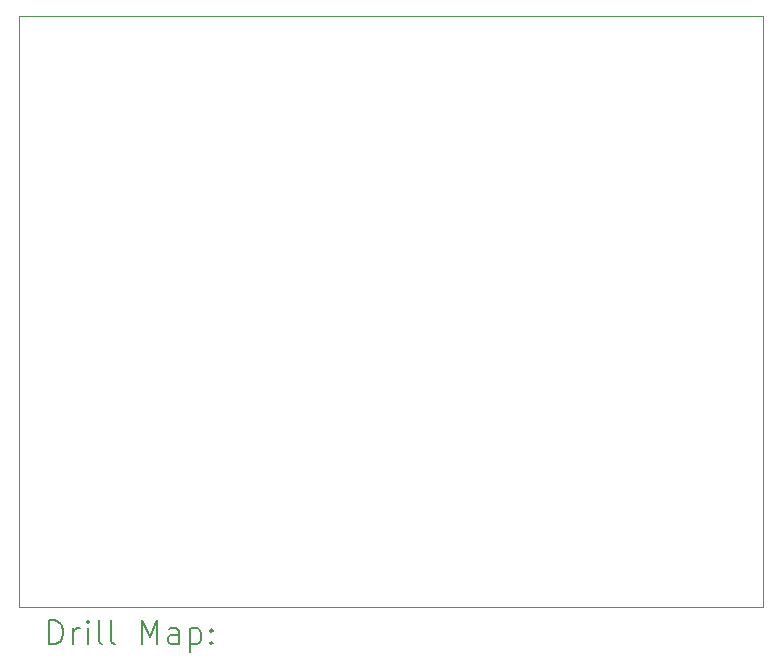
<source format=gbr>
%TF.GenerationSoftware,KiCad,Pcbnew,9.0.1+1*%
%TF.CreationDate,2025-05-09T02:31:12+00:00*%
%TF.ProjectId,modulo_puente_h,6d6f6475-6c6f-45f7-9075-656e74655f68,rev?*%
%TF.SameCoordinates,Original*%
%TF.FileFunction,Drillmap*%
%TF.FilePolarity,Positive*%
%FSLAX45Y45*%
G04 Gerber Fmt 4.5, Leading zero omitted, Abs format (unit mm)*
G04 Created by KiCad (PCBNEW 9.0.1+1) date 2025-05-09 02:31:12*
%MOMM*%
%LPD*%
G01*
G04 APERTURE LIST*
%ADD10C,0.050000*%
%ADD11C,0.200000*%
G04 APERTURE END LIST*
D10*
X5000000Y-4400000D02*
X11300000Y-4400000D01*
X11300000Y-9400000D01*
X5000000Y-9400000D01*
X5000000Y-4400000D01*
D11*
X5258277Y-9713984D02*
X5258277Y-9513984D01*
X5258277Y-9513984D02*
X5305896Y-9513984D01*
X5305896Y-9513984D02*
X5334467Y-9523508D01*
X5334467Y-9523508D02*
X5353515Y-9542555D01*
X5353515Y-9542555D02*
X5363039Y-9561603D01*
X5363039Y-9561603D02*
X5372563Y-9599698D01*
X5372563Y-9599698D02*
X5372563Y-9628270D01*
X5372563Y-9628270D02*
X5363039Y-9666365D01*
X5363039Y-9666365D02*
X5353515Y-9685412D01*
X5353515Y-9685412D02*
X5334467Y-9704460D01*
X5334467Y-9704460D02*
X5305896Y-9713984D01*
X5305896Y-9713984D02*
X5258277Y-9713984D01*
X5458277Y-9713984D02*
X5458277Y-9580650D01*
X5458277Y-9618746D02*
X5467801Y-9599698D01*
X5467801Y-9599698D02*
X5477324Y-9590174D01*
X5477324Y-9590174D02*
X5496372Y-9580650D01*
X5496372Y-9580650D02*
X5515420Y-9580650D01*
X5582086Y-9713984D02*
X5582086Y-9580650D01*
X5582086Y-9513984D02*
X5572563Y-9523508D01*
X5572563Y-9523508D02*
X5582086Y-9533031D01*
X5582086Y-9533031D02*
X5591610Y-9523508D01*
X5591610Y-9523508D02*
X5582086Y-9513984D01*
X5582086Y-9513984D02*
X5582086Y-9533031D01*
X5705896Y-9713984D02*
X5686848Y-9704460D01*
X5686848Y-9704460D02*
X5677324Y-9685412D01*
X5677324Y-9685412D02*
X5677324Y-9513984D01*
X5810658Y-9713984D02*
X5791610Y-9704460D01*
X5791610Y-9704460D02*
X5782086Y-9685412D01*
X5782086Y-9685412D02*
X5782086Y-9513984D01*
X6039229Y-9713984D02*
X6039229Y-9513984D01*
X6039229Y-9513984D02*
X6105896Y-9656841D01*
X6105896Y-9656841D02*
X6172562Y-9513984D01*
X6172562Y-9513984D02*
X6172562Y-9713984D01*
X6353515Y-9713984D02*
X6353515Y-9609222D01*
X6353515Y-9609222D02*
X6343991Y-9590174D01*
X6343991Y-9590174D02*
X6324943Y-9580650D01*
X6324943Y-9580650D02*
X6286848Y-9580650D01*
X6286848Y-9580650D02*
X6267801Y-9590174D01*
X6353515Y-9704460D02*
X6334467Y-9713984D01*
X6334467Y-9713984D02*
X6286848Y-9713984D01*
X6286848Y-9713984D02*
X6267801Y-9704460D01*
X6267801Y-9704460D02*
X6258277Y-9685412D01*
X6258277Y-9685412D02*
X6258277Y-9666365D01*
X6258277Y-9666365D02*
X6267801Y-9647317D01*
X6267801Y-9647317D02*
X6286848Y-9637793D01*
X6286848Y-9637793D02*
X6334467Y-9637793D01*
X6334467Y-9637793D02*
X6353515Y-9628270D01*
X6448753Y-9580650D02*
X6448753Y-9780650D01*
X6448753Y-9590174D02*
X6467801Y-9580650D01*
X6467801Y-9580650D02*
X6505896Y-9580650D01*
X6505896Y-9580650D02*
X6524943Y-9590174D01*
X6524943Y-9590174D02*
X6534467Y-9599698D01*
X6534467Y-9599698D02*
X6543991Y-9618746D01*
X6543991Y-9618746D02*
X6543991Y-9675889D01*
X6543991Y-9675889D02*
X6534467Y-9694936D01*
X6534467Y-9694936D02*
X6524943Y-9704460D01*
X6524943Y-9704460D02*
X6505896Y-9713984D01*
X6505896Y-9713984D02*
X6467801Y-9713984D01*
X6467801Y-9713984D02*
X6448753Y-9704460D01*
X6629705Y-9694936D02*
X6639229Y-9704460D01*
X6639229Y-9704460D02*
X6629705Y-9713984D01*
X6629705Y-9713984D02*
X6620182Y-9704460D01*
X6620182Y-9704460D02*
X6629705Y-9694936D01*
X6629705Y-9694936D02*
X6629705Y-9713984D01*
X6629705Y-9590174D02*
X6639229Y-9599698D01*
X6639229Y-9599698D02*
X6629705Y-9609222D01*
X6629705Y-9609222D02*
X6620182Y-9599698D01*
X6620182Y-9599698D02*
X6629705Y-9590174D01*
X6629705Y-9590174D02*
X6629705Y-9609222D01*
M02*

</source>
